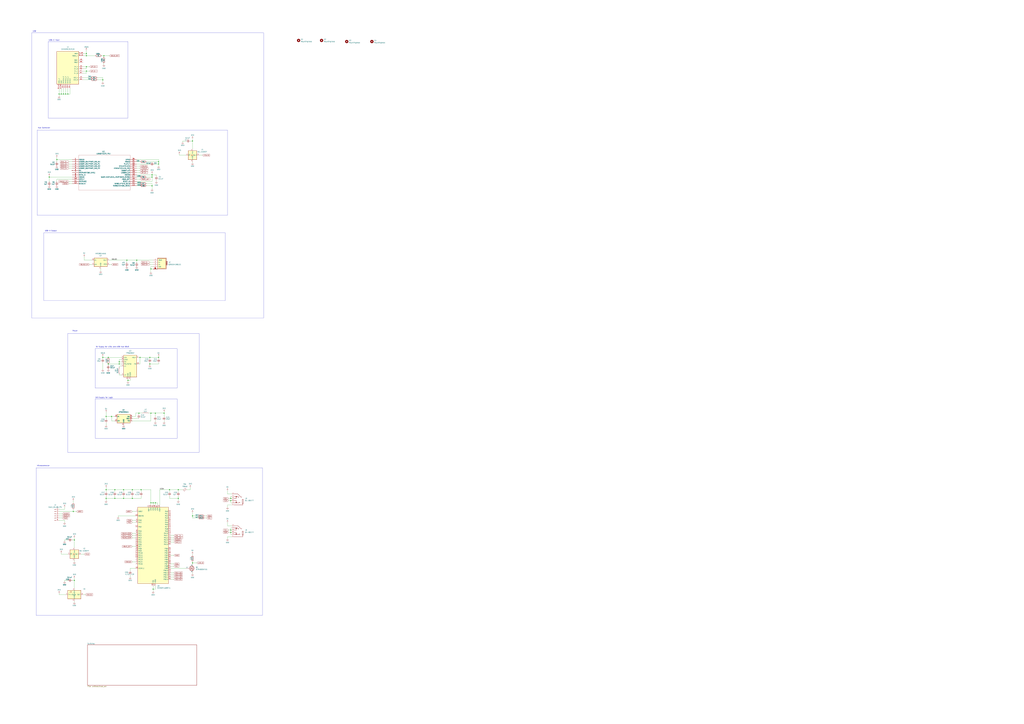
<source format=kicad_sch>
(kicad_sch (version 20250114) (generator "eeschema") (generator_version "9.0")
  (paper "A0")
  (rectangle (start 110.49 405.13) (end 205.74 450.85))
  (rectangle (start 55.88 48.26) (end 148.59 137.16))
  (rectangle (start 110.49 463.55) (end 205.74 509.27))
  (rectangle (start 78.74 387.35) (end 231.14 525.78))
  (rectangle (start 36.83 38.1) (end 306.07 369.57))
  (rectangle (start 43.18 151.13) (end 264.16 250.19))
  (rectangle (start 50.8 270.51) (end 261.62 349.25))
  (rectangle (start 41.91 543.56) (end 304.8 715.01))
  (text "USB" (at 39.878 36.322 0) (effects (font (size 1.27 1.27))))
  (text "USB-A Output" (at 58.928 268.224 0) (effects (font (size 1.27 1.27))))
  (text "Microcontroller" (at 50.292 541.274 0) (effects (font (size 1.27 1.27))))
  (text "3V3 Supply for Logic" (at 120.904 462.026 0) (effects (font (size 1.27 1.27))))
  (text "Power" (at 87.122 384.556 0) (effects (font (size 1.27 1.27))))
  (text "5V Supply for LEDs and USB Hub VBUS" (at 130.556 403.098 0) (effects (font (size 1.27 1.27))))
  (text "USB-C Input" (at 62.738 46.736 0) (effects (font (size 1.27 1.27))))
  (text "Hub Controller" (at 51.054 148.59 0) (effects (font (size 1.27 1.27))))
  (junction (at 158.75 302.26))
  (junction (at 76.2 109.22))
  (junction (at 73.66 109.22))
  (junction (at 66.04 185.42))
  (junction (at 100.33 77.47))
  (junction (at 267.97 581.66))
  (junction (at 123.19 568.96))
  (junction (at 223.52 163.83))
  (junction (at 57.15 205.74))
  (junction (at 223.52 599.44))
  (junction (at 223.52 654.05))
  (junction (at 180.34 584.2))
  (junction (at 184.15 415.29))
  (junction (at 125.73 422.91))
  (junction (at 161.29 480.06))
  (junction (at 190.5 480.06))
  (junction (at 207.01 579.12))
  (junction (at 267.97 579.12))
  (junction (at 153.67 579.12))
  (junction (at 175.26 480.06))
  (junction (at 143.51 579.12))
  (junction (at 133.35 568.96))
  (junction (at 125.73 415.29))
  (junction (at 175.26 584.2))
  (junction (at 196.85 568.96))
  (junction (at 153.67 568.96))
  (junction (at 100.33 64.77))
  (junction (at 100.33 62.23))
  (junction (at 163.83 568.96))
  (junction (at 180.34 480.06))
  (junction (at 162.56 415.29))
  (junction (at 129.54 483.87))
  (junction (at 177.8 584.2))
  (junction (at 184.15 190.5))
  (junction (at 123.19 483.87))
  (junction (at 119.38 415.29))
  (junction (at 267.97 618.49))
  (junction (at 175.26 312.42))
  (junction (at 86.36 674.37))
  (junction (at 120.65 64.77))
  (junction (at 86.36 627.38))
  (junction (at 173.99 415.29))
  (junction (at 123.19 579.12))
  (junction (at 85.09 594.36))
  (junction (at 100.33 82.55))
  (junction (at 68.58 109.22))
  (junction (at 207.01 568.96))
  (junction (at 143.51 568.96))
  (junction (at 119.38 92.71))
  (junction (at 173.99 422.91))
  (junction (at 176.53 205.74))
  (junction (at 176.53 203.2))
  (junction (at 133.35 579.12))
  (junction (at 267.97 615.95))
  (junction (at 176.53 215.9))
  (junction (at 177.8 684.53))
  (junction (at 148.59 441.96))
  (junction (at 184.15 187.96))
  (junction (at 138.43 422.91))
  (junction (at 147.32 302.26))
  (junction (at 71.12 109.22))
  (junction (at 138.43 420.37))
  (junction (at 78.74 109.22))
  (wire (pts (xy 148.59 441.96) (xy 148.59 443.23)))
  (wire (pts (xy 119.38 92.71) (xy 113.03 92.71)))
  (wire (pts (xy 83.82 627.38) (xy 86.36 627.38)))
  (wire (pts (xy 215.9 660.4) (xy 198.12 660.4)))
  (wire (pts (xy 158.75 205.74) (xy 162.56 205.74)))
  (wire (pts (xy 153.67 594.36) (xy 157.48 594.36)))
  (wire (pts (xy 170.18 187.96) (xy 184.15 187.96)))
  (wire (pts (xy 179.07 190.5) (xy 184.15 190.5)))
  (wire (pts (xy 265.43 579.12) (xy 267.97 579.12)))
  (wire (pts (xy 66.04 210.82) (xy 66.04 208.28)))
  (wire (pts (xy 120.65 64.77) (xy 118.11 64.77)))
  (wire (pts (xy 153.67 579.12) (xy 163.83 579.12)))
  (wire (pts (xy 66.04 185.42) (xy 83.82 185.42)))
  (wire (pts (xy 80.01 187.96) (xy 83.82 187.96)))
  (wire (pts (xy 157.48 483.87) (xy 157.48 480.06)))
  (wire (pts (xy 162.56 198.12) (xy 158.75 198.12)))
  (wire (pts (xy 83.82 674.37) (xy 86.36 674.37)))
  (wire (pts (xy 177.8 584.2) (xy 180.34 584.2)))
  (wire (pts (xy 66.04 208.28) (xy 83.82 208.28)))
  (wire (pts (xy 158.75 302.26) (xy 177.8 302.26)))
  (wire (pts (xy 143.51 568.96) (xy 153.67 568.96)))
  (wire (pts (xy 162.56 193.04) (xy 158.75 193.04)))
  (wire (pts (xy 212.09 163.83) (xy 215.9 163.83)))
  (wire (pts (xy 120.65 74.93) (xy 120.65 73.66)))
  (wire (pts (xy 180.34 680.72) (xy 180.34 684.53)))
  (wire (pts (xy 100.33 64.77) (xy 110.49 64.77)))
  (wire (pts (xy 74.93 607.06) (xy 74.93 604.52)))
  (wire (pts (xy 123.19 566.42) (xy 123.19 568.96)))
  (wire (pts (xy 175.26 312.42) (xy 177.8 312.42)))
  (wire (pts (xy 96.52 82.55) (xy 100.33 82.55)))
  (wire (pts (xy 123.19 478.79) (xy 123.19 483.87)))
  (wire (pts (xy 123.19 576.58) (xy 123.19 579.12)))
  (wire (pts (xy 180.34 684.53) (xy 177.8 684.53)))
  (wire (pts (xy 180.34 584.2) (xy 182.88 584.2)))
  (wire (pts (xy 269.24 613.41) (xy 267.97 613.41)))
  (wire (pts (xy 153.67 622.3) (xy 157.48 622.3)))
  (wire (pts (xy 201.93 673.1) (xy 198.12 673.1)))
  (wire (pts (xy 184.15 415.29) (xy 173.99 415.29)))
  (wire (pts (xy 113.03 90.17) (xy 119.38 90.17)))
  (wire (pts (xy 175.26 309.88) (xy 177.8 309.88)))
  (wire (pts (xy 201.93 668.02) (xy 198.12 668.02)))
  (wire (pts (xy 170.18 205.74) (xy 176.53 205.74)))
  (wire (pts (xy 173.99 304.8) (xy 177.8 304.8)))
  (wire (pts (xy 161.29 480.06) (xy 165.1 480.06)))
  (wire (pts (xy 223.52 189.23) (xy 223.52 187.96)))
  (wire (pts (xy 138.43 426.72) (xy 138.43 425.45)))
  (wire (pts (xy 148.59 441.96) (xy 151.13 441.96)))
  (wire (pts (xy 72.39 596.9) (xy 68.58 596.9)))
  (wire (pts (xy 73.66 109.22) (xy 76.2 109.22)))
  (wire (pts (xy 176.53 203.2) (xy 176.53 205.74)))
  (wire (pts (xy 173.99 424.18) (xy 173.99 422.91)))
  (wire (pts (xy 269.24 610.87) (xy 264.16 610.87)))
  (wire (pts (xy 125.73 422.91) (xy 125.73 424.18)))
  (wire (pts (xy 81.28 102.87) (xy 81.28 109.22)))
  (wire (pts (xy 138.43 434.34) (xy 138.43 435.61)))
  (wire (pts (xy 269.24 576.58) (xy 267.97 576.58)))
  (wire (pts (xy 207.01 579.12) (xy 207.01 576.58)))
  (wire (pts (xy 86.36 699.77) (xy 86.36 698.5)))
  (wire (pts (xy 212.09 165.1) (xy 212.09 163.83)))
  (wire (pts (xy 267.97 618.49) (xy 269.24 618.49)))
  (wire (pts (xy 153.67 652.78) (xy 157.48 652.78)))
  (wire (pts (xy 267.97 584.2) (xy 267.97 581.66)))
  (wire (pts (xy 143.51 568.96) (xy 143.51 571.5)))
  (wire (pts (xy 234.95 180.34) (xy 231.14 180.34)))
  (wire (pts (xy 264.16 589.28) (xy 264.16 586.74)))
  (wire (pts (xy 223.52 652.78) (xy 223.52 654.05)))
  (wire (pts (xy 147.32 302.26) (xy 147.32 304.8)))
  (wire (pts (xy 71.12 643.89) (xy 71.12 642.62)))
  (wire (pts (xy 106.68 307.34) (xy 104.14 307.34)))
  (wire (pts (xy 153.67 576.58) (xy 153.67 579.12)))
  (wire (pts (xy 185.42 586.74) (xy 185.42 568.96)))
  (wire (pts (xy 184.15 185.42) (xy 184.15 187.96)))
  (wire (pts (xy 223.52 601.98) (xy 229.87 601.98)))
  (wire (pts (xy 123.19 568.96) (xy 133.35 568.96)))
  (wire (pts (xy 140.97 422.91) (xy 138.43 422.91)))
  (wire (pts (xy 86.36 624.84) (xy 86.36 627.38)))
  (wire (pts (xy 120.65 66.04) (xy 120.65 64.77)))
  (wire (pts (xy 116.84 314.96) (xy 116.84 312.42)))
  (wire (pts (xy 86.36 627.38) (xy 86.36 636.27)))
  (wire (pts (xy 269.24 584.2) (xy 267.97 584.2)))
  (wire (pts (xy 201.93 629.92) (xy 198.12 629.92)))
  (wire (pts (xy 220.98 566.42) (xy 220.98 568.96)))
  (wire (pts (xy 265.43 615.95) (xy 267.97 615.95)))
  (wire (pts (xy 74.93 674.37) (xy 78.74 674.37)))
  (wire (pts (xy 264.16 610.87) (xy 264.16 607.06)))
  (wire (pts (xy 229.87 599.44) (xy 223.52 599.44)))
  (wire (pts (xy 162.56 415.29) (xy 161.29 415.29)))
  (wire (pts (xy 86.36 674.37) (xy 86.36 683.26)))
  (wire (pts (xy 72.39 599.44) (xy 68.58 599.44)))
  (wire (pts (xy 170.18 213.36) (xy 176.53 213.36)))
  (wire (pts (xy 176.53 215.9) (xy 176.53 219.71)))
  (wire (pts (xy 158.75 304.8) (xy 158.75 302.26)))
  (wire (pts (xy 177.8 584.2) (xy 177.8 586.74)))
  (wire (pts (xy 207.01 568.96) (xy 207.01 571.5)))
  (wire (pts (xy 158.75 210.82) (xy 176.53 210.82)))
  (wire (pts (xy 138.43 422.91) (xy 138.43 420.37)))
  (wire (pts (xy 220.98 163.83) (xy 223.52 163.83)))
  (wire (pts (xy 119.38 90.17) (xy 119.38 92.71)))
  (wire (pts (xy 161.29 480.06) (xy 161.29 481.33)))
  (wire (pts (xy 143.51 579.12) (xy 153.67 579.12)))
  (wire (pts (xy 80.01 190.5) (xy 83.82 190.5)))
  (wire (pts (xy 151.13 670.56) (xy 151.13 668.02)))
  (wire (pts (xy 119.38 95.25) (xy 119.38 92.71)))
  (wire (pts (xy 133.35 579.12) (xy 143.51 579.12)))
  (wire (pts (xy 264.16 623.57) (xy 269.24 623.57)))
  (wire (pts (xy 96.52 77.47) (xy 100.33 77.47)))
  (wire (pts (xy 190.5 478.79) (xy 190.5 480.06)))
  (wire (pts (xy 123.19 494.03) (xy 123.19 491.49)))
  (wire (pts (xy 184.15 190.5) (xy 184.15 193.04)))
  (wire (pts (xy 184.15 414.02) (xy 184.15 415.29)))
  (wire (pts (xy 153.67 488.95) (xy 175.26 488.95)))
  (wire (pts (xy 201.93 645.16) (xy 198.12 645.16)))
  (wire (pts (xy 201.93 622.3) (xy 198.12 622.3)))
  (wire (pts (xy 190.5 488.95) (xy 190.5 490.22)))
  (wire (pts (xy 68.58 594.36) (xy 85.09 594.36)))
  (wire (pts (xy 176.53 205.74) (xy 176.53 210.82)))
  (wire (pts (xy 151.13 660.4) (xy 151.13 662.94)))
  (wire (pts (xy 180.34 480.06) (xy 180.34 483.87)))
  (wire (pts (xy 264.16 626.11) (xy 264.16 623.57)))
  (wire (pts (xy 162.56 187.96) (xy 158.75 187.96)))
  (wire (pts (xy 158.75 203.2) (xy 176.53 203.2)))
  (wire (pts (xy 80.01 210.82) (xy 83.82 210.82)))
  (wire (pts (xy 119.38 414.02) (xy 119.38 415.29)))
  (wire (pts (xy 175.26 586.74) (xy 175.26 584.2)))
  (wire (pts (xy 177.8 687.07) (xy 177.8 684.53)))
  (wire (pts (xy 223.52 599.44) (xy 223.52 601.98)))
  (wire (pts (xy 119.38 415.29) (xy 125.73 415.29)))
  (wire (pts (xy 201.93 627.38) (xy 198.12 627.38)))
  (wire (pts (xy 68.58 109.22) (xy 68.58 111.76)))
  (wire (pts (xy 220.98 568.96) (xy 217.17 568.96)))
  (wire (pts (xy 175.26 480.06) (xy 180.34 480.06)))
  (wire (pts (xy 137.16 599.44) (xy 137.16 600.71)))
  (wire (pts (xy 78.74 109.22) (xy 81.28 109.22)))
  (wire (pts (xy 153.67 483.87) (xy 157.48 483.87)))
  (wire (pts (xy 80.01 195.58) (xy 83.82 195.58)))
  (wire (pts (xy 73.66 102.87) (xy 73.66 109.22)))
  (wire (pts (xy 99.06 690.88) (xy 96.52 690.88)))
  (wire (pts (xy 153.67 604.52) (xy 157.48 604.52)))
  (wire (pts (xy 223.52 643.89) (xy 223.52 645.16)))
  (wire (pts (xy 267.97 581.66) (xy 269.24 581.66)))
  (wire (pts (xy 269.24 621.03) (xy 267.97 621.03)))
  (wire (pts (xy 223.52 163.83) (xy 223.52 172.72)))
  (wire (pts (xy 223.52 161.29) (xy 223.52 163.83)))
  (wire (pts (xy 125.73 422.91) (xy 138.43 422.91)))
  (wire (pts (xy 72.39 601.98) (xy 68.58 601.98)))
  (wire (pts (xy 153.67 486.41) (xy 161.29 486.41)))
  (wire (pts (xy 240.03 599.44) (xy 237.49 599.44)))
  (wire (pts (xy 208.28 180.34) (xy 215.9 180.34)))
  (wire (pts (xy 177.8 684.53) (xy 177.8 680.72)))
  (wire (pts (xy 104.14 82.55) (xy 100.33 82.55)))
  (wire (pts (xy 201.93 657.86) (xy 198.12 657.86)))
  (wire (pts (xy 123.19 581.66) (xy 123.19 579.12)))
  (wire (pts (xy 76.2 102.87) (xy 76.2 109.22)))
  (wire (pts (xy 196.85 568.96) (xy 207.01 568.96)))
  (wire (pts (xy 173.99 307.34) (xy 177.8 307.34)))
  (wire (pts (xy 127 302.26) (xy 147.32 302.26)))
  (wire (pts (xy 162.56 195.58) (xy 158.75 195.58)))
  (wire (pts (xy 74.93 628.65) (xy 74.93 627.38)))
  (wire (pts (xy 173.99 415.29) (xy 162.56 415.29)))
  (wire (pts (xy 201.93 655.32) (xy 198.12 655.32)))
  (wire (pts (xy 123.19 579.12) (xy 133.35 579.12)))
  (wire (pts (xy 100.33 62.23) (xy 96.52 62.23)))
  (wire (pts (xy 208.28 180.34) (xy 208.28 179.07)))
  (wire (pts (xy 175.26 584.2) (xy 177.8 584.2)))
  (wire (pts (xy 223.52 595.63) (xy 223.52 599.44)))
  (wire (pts (xy 201.93 624.84) (xy 198.12 624.84)))
  (wire (pts (xy 163.83 579.12) (xy 163.83 576.58)))
  (wire (pts (xy 267.97 621.03) (xy 267.97 618.49)))
  (wire (pts (xy 158.75 190.5) (xy 173.99 190.5)))
  (wire (pts (xy 175.26 568.96) (xy 163.83 568.96)))
  (wire (pts (xy 85.09 591.82) (xy 85.09 594.36)))
  (wire (pts (xy 267.97 615.95) (xy 269.24 615.95)))
  (wire (pts (xy 184.15 416.56) (xy 184.15 415.29)))
  (wire (pts (xy 80.01 213.36) (xy 83.82 213.36)))
  (wire (pts (xy 181.61 204.47) (xy 181.61 203.2)))
  (wire (pts (xy 105.41 90.17) (xy 96.52 90.17)))
  (wire (pts (xy 76.2 109.22) (xy 78.74 109.22)))
  (wire (pts (xy 100.33 62.23) (xy 100.33 58.42)))
  (wire (pts (xy 264.16 586.74) (xy 269.24 586.74)))
  (wire (pts (xy 123.19 483.87) (xy 123.19 486.41)))
  (wire (pts (xy 173.99 422.91) (xy 173.99 421.64)))
  (wire (pts (xy 68.58 690.88) (xy 68.58 689.61)))
  (wire (pts (xy 196.85 579.12) (xy 207.01 579.12)))
  (wire (pts (xy 86.36 671.83) (xy 86.36 674.37)))
  (wire (pts (xy 170.18 215.9) (xy 176.53 215.9)))
  (wire (pts (xy 100.33 82.55) (xy 100.33 85.09)))
  (wire (pts (xy 80.01 193.04) (xy 83.82 193.04)))
  (wire (pts (xy 212.09 568.96) (xy 207.01 568.96)))
  (wire (pts (xy 74.93 627.38) (xy 78.74 627.38)))
  (wire (pts (xy 100.33 85.09) (xy 96.52 85.09)))
  (wire (pts (xy 265.43 581.66) (xy 267.97 581.66)))
  (wire (pts (xy 133.35 483.87) (xy 129.54 483.87)))
  (wire (pts (xy 66.04 187.96) (xy 66.04 185.42)))
  (wire (pts (xy 71.12 109.22) (xy 73.66 109.22)))
  (wire (pts (xy 269.24 574.04) (xy 264.16 574.04)))
  (wire (pts (xy 66.04 185.42) (xy 66.04 182.88)))
  (wire (pts (xy 86.36 652.78) (xy 86.36 651.51)))
  (wire (pts (xy 151.13 440.69) (xy 151.13 441.96)))
  (wire (pts (xy 162.56 215.9) (xy 158.75 215.9)))
  (wire (pts (xy 161.29 422.91) (xy 162.56 422.91)))
  (wire (pts (xy 125.73 415.29) (xy 140.97 415.29)))
  (wire (pts (xy 223.52 654.05) (xy 223.52 655.32)))
  (wire (pts (xy 182.88 584.2) (xy 182.88 586.74)))
  (wire (pts (xy 68.58 102.87) (xy 68.58 109.22)))
  (wire (pts (xy 153.67 568.96) (xy 163.83 568.96)))
  (wire (pts (xy 68.58 109.22) (xy 71.12 109.22)))
  (wire (pts (xy 100.33 77.47) (xy 100.33 80.01)))
  (wire (pts (xy 184.15 421.64) (xy 184.15 422.91)))
  (wire (pts (xy 119.38 416.56) (xy 119.38 415.29)))
  (wire (pts (xy 97.79 643.89) (xy 93.98 643.89)))
  (wire (pts (xy 85.09 594.36) (xy 88.9 594.36)))
  (wire (pts (xy 162.56 422.91) (xy 162.56 415.29)))
  (wire (pts (xy 180.34 480.06) (xy 190.5 480.06)))
  (wire (pts (xy 267.97 613.41) (xy 267.97 615.95)))
  (wire (pts (xy 264.16 574.04) (xy 264.16 570.23)))
  (wire (pts (xy 240.03 601.98) (xy 237.49 601.98)))
  (wire (pts (xy 153.67 568.96) (xy 153.67 571.5)))
  (wire (pts (xy 97.79 298.45) (xy 97.79 302.26)))
  (wire (pts (xy 181.61 209.55) (xy 181.61 210.82)))
  (wire (pts (xy 68.58 690.88) (xy 76.2 690.88)))
  (wire (pts (xy 201.93 665.48) (xy 198.12 665.48)))
  (wire (pts (xy 196.85 571.5) (xy 196.85 568.96)))
  (wire (pts (xy 153.67 619.76) (xy 157.48 619.76)))
  (wire (pts (xy 129.54 483.87) (xy 123.19 483.87)))
  (wire (pts (xy 163.83 568.96) (xy 163.83 571.5)))
  (wire (pts (xy 162.56 208.28) (xy 158.75 208.28)))
  (wire (pts (xy 175.26 309.88) (xy 175.26 312.42)))
  (wire (pts (xy 133.35 568.96) (xy 133.35 571.5)))
  (wire (pts (xy 153.67 624.84) (xy 157.48 624.84)))
  (wire (pts (xy 96.52 64.77) (xy 100.33 64.77)))
  (wire (pts (xy 190.5 480.06) (xy 190.5 483.87)))
  (wire (pts (xy 120.65 64.77) (xy 127 64.77)))
  (wire (pts (xy 133.35 576.58) (xy 133.35 579.12)))
  (wire (pts (xy 57.15 205.74) (xy 83.82 205.74)))
  (wire (pts (xy 223.52 666.75) (xy 223.52 665.48)))
  (wire (pts (xy 181.61 203.2) (xy 176.53 203.2)))
  (wire (pts (xy 100.33 64.77) (xy 100.33 62.23)))
  (wire (pts (xy 147.32 302.26) (xy 158.75 302.26)))
  (wire (pts (xy 78.74 102.87) (xy 78.74 109.22)))
  (wire (pts (xy 74.93 589.28) (xy 74.93 591.82)))
  (wire (pts (xy 157.48 660.4) (xy 151.13 660.4)))
  (wire (pts (xy 267.97 579.12) (xy 269.24 579.12)))
  (wire (pts (xy 175.26 312.42) (xy 175.26 316.23)))
  (wire (pts (xy 71.12 102.87) (xy 71.12 109.22)))
  (wire (pts (xy 184.15 422.91) (xy 173.99 422.91)))
  (wire (pts (xy 143.51 576.58) (xy 143.51 579.12)))
  (wire (pts (xy 158.75 213.36) (xy 162.56 213.36)))
  (wire (pts (xy 176.53 201.93) (xy 176.53 203.2)))
  (wire (pts (xy 133.35 488.95) (xy 129.54 488.95)))
  (wire (pts (xy 74.93 675.64) (xy 74.93 674.37)))
  (wire (pts (xy 100.33 80.01) (xy 96.52 80.01)))
  (wire (pts (xy 74.93 591.82) (xy 68.58 591.82)))
  (wire (pts (xy 185.42 568.96) (xy 196.85 568.96)))
  (wire (pts (xy 157.48 599.44) (xy 137.16 599.44)))
  (wire (pts (xy 267.97 576.58) (xy 267.97 579.12)))
  (wire (pts (xy 265.43 618.49) (xy 267.97 618.49)))
  (wire (pts (xy 119.38 429.26) (xy 119.38 421.64)))
  (wire (pts (xy 175.26 488.95) (xy 175.26 480.06)))
  (wire (pts (xy 138.43 420.37) (xy 138.43 417.83)))
  (wire (pts (xy 129.54 488.95) (xy 129.54 483.87)))
  (wire (pts (xy 153.67 607.06) (xy 157.48 607.06)))
  (wire (pts (xy 105.41 92.71) (xy 96.52 92.71)))
  (wire (pts (xy 207.01 581.66) (xy 207.01 579.12)))
  (wire (pts (xy 123.19 571.5) (xy 123.19 568.96)))
  (wire (pts (xy 104.14 77.47) (xy 100.33 77.47)))
  (wire (pts (xy 133.35 568.96) (xy 143.51 568.96)))
  (wire (pts (xy 175.26 568.96) (xy 175.26 584.2)))
  (wire (pts (xy 138.43 435.61) (xy 140.97 435.61)))
  (wire (pts (xy 172.72 480.06) (xy 175.26 480.06)))
  (wire (pts (xy 138.43 425.45) (xy 140.97 425.45)))
  (wire (pts (xy 157.48 480.06) (xy 161.29 480.06)))
  (wire (pts (xy 153.67 635) (xy 157.48 635)))
  (wire (pts (xy 162.56 200.66) (xy 158.75 200.66)))
  (wire (pts (xy 176.53 213.36) (xy 176.53 215.9)))
  (wire (pts (xy 85.09 581.66) (xy 85.09 584.2)))
  (wire (pts (xy 129.54 307.34) (xy 127 307.34)))
  (wire (pts (xy 158.75 185.42) (xy 184.15 185.42)))
  (wire (pts (xy 180.34 488.95) (xy 180.34 490.22)))
  (wire (pts (xy 71.12 643.89) (xy 78.74 643.89)))
  (wire (pts (xy 184.15 187.96) (xy 184.15 190.5)))
  (wire (pts (xy 228.6 654.05) (xy 223.52 654.05)))
  (wire (pts (xy 196.85 576.58) (xy 196.85 579.12)))
  (wire (pts (xy 57.15 204.47) (xy 57.15 205.74)))
  (wire (pts (xy 97.79 302.26) (xy 106.68 302.26)))
  (wire (pts (xy 201.93 670.56) (xy 198.12 670.56)))
  (wire (pts (xy 138.43 417.83) (xy 140.97 417.83)))
  (wire (pts (xy 57.15 210.82) (xy 57.15 205.74)))
  (wire (pts (xy 74.93 604.52) (xy 68.58 604.52)))
  (wire (pts (xy 180.34 584.2) (xy 180.34 586.74)))
  (wire (pts (xy 148.59 440.69) (xy 148.59 441.96)))
  (wire (pts (xy 138.43 420.37) (xy 140.97 420.37)))
  (wire (pts (xy 173.99 415.29) (xy 173.99 416.56)))
  (label "VBUS2" (at 129.54 302.26 0))
  (label "VDDA" (at 185.42 568.96 0))
  (global_label "OSC32" (shape input) (at 99.06 690.88 0) (property "Intersheetrefs" "${INTERSHEET_REFS}" (effects (hide yes))))
  (global_label "UP_D+" (shape input) (at 162.56 198.12 0) (property "Intersheetrefs" "${INTERSHEET_REFS}" (effects (hide yes))))
  (global_label "VBUS_DET" (shape input) (at 162.56 208.28 0) (property "Intersheetrefs" "${INTERSHEET_REFS}" (effects (hide yes))))
  (global_label "DN2_D-" (shape input) (at 80.01 193.04 180) (property "Intersheetrefs" "${INTERSHEET_REFS}" (effects (hide yes))))
  (global_label "MUX1_COM" (shape input) (at 153.67 622.3 180) (property "Intersheetrefs" "${INTERSHEET_REFS}" (effects (hide yes))))
  (global_label "MUX_S3" (shape input) (at 201.93 668.02 0) (property "Intersheetrefs" "${INTERSHEET_REFS}" (effects (hide yes))))
  (global_label "SCL" (shape input) (at 265.43 615.95 180) (property "Intersheetrefs" "${INTERSHEET_REFS}" (effects (hide yes))))
  (global_label "LED_D" (shape input) (at 228.6 654.05 0) (property "Intersheetrefs" "${INTERSHEET_REFS}" (effects (hide yes))))
  (global_label "DN2_D+" (shape input) (at 80.01 195.58 180) (property "Intersheetrefs" "${INTERSHEET_REFS}" (effects (hide yes))))
  (global_label "DN1_D+" (shape input) (at 201.93 624.84 0) (property "Intersheetrefs" "${INTERSHEET_REFS}" (effects (hide yes))))
  (global_label "XTALIN" (shape input) (at 162.56 193.04 0) (property "Intersheetrefs" "${INTERSHEET_REFS}" (effects (hide yes))))
  (global_label "DN1_D+" (shape input) (at 80.01 190.5 180) (property "Intersheetrefs" "${INTERSHEET_REFS}" (effects (hide yes))))
  (global_label "SCL" (shape input) (at 240.03 601.98 0) (property "Intersheetrefs" "${INTERSHEET_REFS}" (effects (hide yes))))
  (global_label "PH0" (shape input) (at 153.67 604.52 180) (property "Intersheetrefs" "${INTERSHEET_REFS}" (effects (hide yes))))
  (global_label "DN1_D-" (shape input) (at 80.01 187.96 180) (property "Intersheetrefs" "${INTERSHEET_REFS}" (effects (hide yes))))
  (global_label "SDA" (shape input) (at 201.93 655.32 0) (property "Intersheetrefs" "${INTERSHEET_REFS}" (effects (hide yes))))
  (global_label "MUX_S2" (shape input) (at 201.93 665.48 0) (property "Intersheetrefs" "${INTERSHEET_REFS}" (effects (hide yes))))
  (global_label "PH1" (shape input) (at 153.67 607.06 180) (property "Intersheetrefs" "${INTERSHEET_REFS}" (effects (hide yes))))
  (global_label "SCL" (shape input) (at 265.43 579.12 180) (property "Intersheetrefs" "${INTERSHEET_REFS}" (effects (hide yes))))
  (global_label "NRST" (shape input) (at 153.67 594.36 180) (property "Intersheetrefs" "${INTERSHEET_REFS}" (effects (hide yes))))
  (global_label "SWDIO" (shape input) (at 201.93 627.38 0) (property "Intersheetrefs" "${INTERSHEET_REFS}" (effects (hide yes))))
  (global_label "OSC32" (shape input) (at 153.67 652.78 180) (property "Intersheetrefs" "${INTERSHEET_REFS}" (effects (hide yes))))
  (global_label "VBUS2_EN" (shape input) (at 104.14 307.34 180) (property "Intersheetrefs" "${INTERSHEET_REFS}" (effects (hide yes))))
  (global_label "SWCLK" (shape input) (at 72.39 599.44 0) (property "Intersheetrefs" "${INTERSHEET_REFS}" (effects (hide yes))))
  (global_label "SWCLK" (shape input) (at 201.93 629.92 0) (property "Intersheetrefs" "${INTERSHEET_REFS}" (effects (hide yes))))
  (global_label "SDA" (shape input) (at 265.43 581.66 180) (property "Intersheetrefs" "${INTERSHEET_REFS}" (effects (hide yes))))
  (global_label "VBUS_DET" (shape input) (at 127 64.77 0) (property "Intersheetrefs" "${INTERSHEET_REFS}" (effects (hide yes))))
  (global_label "OCS2" (shape input) (at 129.54 307.34 0) (property "Intersheetrefs" "${INTERSHEET_REFS}" (effects (hide yes))))
  (global_label "XTALIN" (shape input) (at 234.95 180.34 0) (property "Intersheetrefs" "${INTERSHEET_REFS}" (effects (hide yes))))
  (global_label "SWDIO" (shape input) (at 72.39 596.9 0) (property "Intersheetrefs" "${INTERSHEET_REFS}" (effects (hide yes))))
  (global_label "DN1_D-" (shape input) (at 201.93 622.3 0) (property "Intersheetrefs" "${INTERSHEET_REFS}" (effects (hide yes))))
  (global_label "DN2_D+" (shape input) (at 173.99 307.34 180) (property "Intersheetrefs" "${INTERSHEET_REFS}" (effects (hide yes))))
  (global_label "UP_D+" (shape input) (at 104.14 77.47 0) (property "Intersheetrefs" "${INTERSHEET_REFS}" (effects (hide yes))))
  (global_label "SWO" (shape input) (at 72.39 601.98 0) (property "Intersheetrefs" "${INTERSHEET_REFS}" (effects (hide yes))))
  (global_label "MUX0_COM" (shape input) (at 153.67 624.84 180) (property "Intersheetrefs" "${INTERSHEET_REFS}" (effects (hide yes))))
  (global_label "UP_D-" (shape input) (at 104.14 82.55 0) (property "Intersheetrefs" "${INTERSHEET_REFS}" (effects (hide yes))))
  (global_label "SCL" (shape input) (at 201.93 657.86 0) (property "Intersheetrefs" "${INTERSHEET_REFS}" (effects (hide yes))))
  (global_label "PH0" (shape input) (at 97.79 643.89 0) (property "Intersheetrefs" "${INTERSHEET_REFS}" (effects (hide yes))))
  (global_label "MUX_S0" (shape input) (at 201.93 670.56 0) (property "Intersheetrefs" "${INTERSHEET_REFS}" (effects (hide yes))))
  (global_label "VBUS2_EN" (shape input) (at 80.01 210.82 180) (property "Intersheetrefs" "${INTERSHEET_REFS}" (effects (hide yes))))
  (global_label "DN2_D-" (shape input) (at 173.99 304.8 180) (property "Intersheetrefs" "${INTERSHEET_REFS}" (effects (hide yes))))
  (global_label "XTAOUT" (shape input) (at 162.56 195.58 0) (property "Intersheetrefs" "${INTERSHEET_REFS}" (effects (hide yes))))
  (global_label "OCS2" (shape input) (at 80.01 213.36 180) (property "Intersheetrefs" "${INTERSHEET_REFS}" (effects (hide yes))))
  (global_label "NRST" (shape input) (at 88.9 594.36 0) (property "Intersheetrefs" "${INTERSHEET_REFS}" (effects (hide yes))))
  (global_label "UP_D-" (shape input) (at 162.56 200.66 0) (property "Intersheetrefs" "${INTERSHEET_REFS}" (effects (hide yes))))
  (global_label "SDA" (shape input) (at 265.43 618.49 180) (property "Intersheetrefs" "${INTERSHEET_REFS}" (effects (hide yes))))
  (global_label "SWO" (shape input) (at 201.93 645.16 0) (property "Intersheetrefs" "${INTERSHEET_REFS}" (effects (hide yes))))
  (global_label "MUX_S1" (shape input) (at 201.93 673.1 0) (property "Intersheetrefs" "${INTERSHEET_REFS}" (effects (hide yes))))
  (global_label "MUX2_COM" (shape input) (at 153.67 619.76 180) (property "Intersheetrefs" "${INTERSHEET_REFS}" (effects (hide yes))))
  (global_label "SDA" (shape input) (at 240.03 599.44 0) (property "Intersheetrefs" "${INTERSHEET_REFS}" (effects (hide yes))))
  (global_label "VBUS_DET" (shape input) (at 153.67 635 180) (property "Intersheetrefs" "${INTERSHEET_REFS}" (effects (hide yes))))
  (symbol (lib_id "power:+3V3") (at 85.09 581.66 0) (unit 1)
    (property "Reference" "#PWR038" (effects (hide yes)))
    (property "Value" "3V3" (at 85.09 577.342 0))
    (property "Description" "Power symbol creates a global label with name \"+3V3\"" (effects (hide yes)))
  )
  (symbol (lib_id "Device:R") (at 166.37 215.9 90) (unit 1)
    (property "Reference" "R8" (at 166.37 215.9 90))
    (property "Value" "100k" (at 161.544 214.884 90))
    (property "Footprint" "Resistor_SMD:R_0603_1608Metric" (effects (hide yes)))
    (property "Description" "Resistor" (effects (hide yes)))
    (property "Digikey" "RG16P100KBCT-ND" (effects (hide yes)))
  )
  (symbol (lib_id "power:GND") (at 119.38 429.26 0) (unit 1)
    (property "Reference" "#PWR026" (effects (hide yes)))
    (property "Value" "GND" (at 119.38 433.324 0))
    (property "Description" "Power symbol creates a global label with name \"GND\" , ground" (effects (hide yes)))
  )
  (symbol (lib_id "power:GND") (at 74.93 675.64 0) (unit 1)
    (property "Reference" "#PWR056" (effects (hide yes)))
    (property "Value" "GND" (at 74.93 679.45 0))
    (property "Description" "Power symbol creates a global label with name \"GND\" , ground" (effects (hide yes)))
  )
  (symbol (lib_id "54-00177:54-00177") (at 276.86 618.49 180) (unit 1)
    (property "Reference" "J5" (at 284.48 615.9499 0) (effects (justify right)))
    (property "Value" "54-00177" (at 284.48 618.4899 0) (effects (justify right)))
    (property "Footprint" "54_00177:TENSILITY_54-00177" (effects (hide yes)))
    (property "PARTREV" "A" (effects (hide yes)))
    (property "STANDARD" "Manufacturer Recommendations" (effects (hide yes)))
    (property "SNAPEDA_PN" "54-00177" (effects (hide yes)))
    (property "MAXIMUM_PACKAGE_HEIGHT" "4.5mm" (effects (hide yes)))
    (property "MANUFACTURER" "TENSILITY" (effects (hide yes)))
    (property "Digikey" "839-54-00177CT-ND" (effects (hide yes)))
  )
  (symbol (lib_id "power:GND") (at 66.04 193.04 0) (unit 1)
    (property "Reference" "#PWR010" (effects (hide yes)))
    (property "Value" "GND" (at 66.04 196.85 0))
    (property "Description" "Power symbol creates a global label with name \"GND\" , ground" (effects (hide yes)))
  )
  (symbol (lib_id "Device:R") (at 114.3 64.77 90) (unit 1)
    (property "Reference" "R1" (at 114.3 64.77 90))
    (property "Value" "100k" (at 113.792 62.484 90))
    (property "Footprint" "Resistor_SMD:R_0603_1608Metric" (effects (hide yes)))
    (property "Description" "Resistor" (effects (hide yes)))
    (property "Digikey" "RG16P100KBCT-ND" (effects (hide yes)))
  )
  (symbol (lib_id "power:+3V3") (at 223.52 643.89 0) (unit 1)
    (property "Reference" "#PWR051" (effects (hide yes)))
    (property "Value" "5V" (at 223.52 639.572 0))
    (property "Description" "Power symbol creates a global label with name \"+3V3\"" (effects (hide yes)))
  )
  (symbol (lib_id "Device:R") (at 166.37 213.36 90) (unit 1)
    (property "Reference" "R7" (at 166.37 213.36 90))
    (property "Value" "100k" (at 161.544 212.09 90))
    (property "Footprint" "Resistor_SMD:R_0603_1608Metric" (effects (hide yes)))
    (property "Description" "Resistor" (effects (hide yes)))
    (property "Digikey" "RG16P100KBCT-ND" (effects (hide yes)))
  )
  (symbol (lib_id "power:GND") (at 181.61 210.82 0) (unit 1)
    (property "Reference" "#PWR014" (effects (hide yes)))
    (property "Value" "GND" (at 181.61 215.138 0))
    (property "Description" "Power symbol creates a global label with name \"GND\" , ground" (effects (hide yes)))
  )
  (symbol (lib_id "power:+3V3") (at 86.36 624.84 0) (unit 1)
    (property "Reference" "#PWR047" (effects (hide yes)))
    (property "Value" "3V3" (at 86.36 620.522 0))
    (property "Description" "Power symbol creates a global label with name \"+3V3\"" (effects (hide yes)))
  )
  (symbol (lib_id "power:GND") (at 74.93 607.06 0) (unit 1)
    (property "Reference" "#PWR045" (effects (hide yes)))
    (property "Value" "GND" (at 74.93 611.378 0))
    (property "Description" "Power symbol creates a global label with name \"GND\" , ground" (effects (hide yes)))
  )
  (symbol (lib_id "power:GND") (at 264.16 626.11 0) (unit 1)
    (property "Reference" "#PWR048" (effects (hide yes)))
    (property "Value" "GND" (at 264.16 630.428 0))
    (property "Description" "Power symbol creates a global label with name \"GND\" , ground" (effects (hide yes)))
  )
  (symbol (lib_id "Connector:Conn_01x06_Pin") (at 63.5 596.9 0) (unit 1)
    (property "Reference" "J4" (at 64.135 586.74 0))
    (property "Value" "Conn_01x06_Pin" (at 64.135 589.28 0))
    (property "Footprint" "Connector_PinHeader_2.00mm:PinHeader_1x06_P2.00mm_Horizontal" (effects (hide yes)))
    (property "Description" "Generic connector, single row, 01x06, script generated" (effects (hide yes)))
  )
  (symbol (lib_id "power:GND") (at 66.04 215.9 0) (unit 1)
    (property "Reference" "#PWR016" (effects (hide yes)))
    (property "Value" "GND" (at 66.04 219.71 0))
    (property "Description" "Power symbol creates a global label with name \"GND\" , ground" (effects (hide yes)))
  )
  (symbol (lib_id "power:GND") (at 207.01 581.66 0) (unit 1)
    (property "Reference" "#PWR040" (effects (hide yes)))
    (property "Value" "GND" (at 207.01 585.978 0))
    (property "Description" "Power symbol creates a global label with name \"GND\" , ground" (effects (hide yes)))
  )
  (symbol (lib_id "power:GND") (at 123.19 494.03 0) (unit 1)
    (property "Reference" "#PWR033" (effects (hide yes)))
    (property "Value" "GND" (at 123.19 498.094 0))
    (property "Description" "Power symbol creates a global label with name \"GND\" , ground" (effects (hide yes)))
  )
  (symbol (lib_id "Device:C_Small") (at 66.04 190.5 0) (unit 1)
    (property "Reference" "C2" (at 60.706 188.722 0) (effects (justify left)))
    (property "Value" "0.1uF" (at 58.42 191.008 0) (effects (justify left)))
    (property "Footprint" "Capacitor_SMD:C_0603_1608Metric" (effects (hide yes)))
    (property "Description" "Unpolarized capacitor, small symbol" (effects (hide yes)))
    (property "Digikey" "311-1088-1-ND" (effects (hide yes)))
  )
  (symbol (lib_id "Device:C_Small") (at 181.61 207.01 0) (unit 1)
    (property "Reference" "C4" (at 184.404 205.486 0) (effects (justify left)))
    (property "Value" "0.1uF" (at 184.15 207.772 0) (effects (justify left)))
    (property "Footprint" "Capacitor_SMD:C_0603_1608Metric" (effects (hide yes)))
    (property "Description" "Unpolarized capacitor, small symbol" (effects (hide yes)))
    (property "Digikey" "311-1088-1-ND" (effects (hide yes)))
  )
  (symbol (lib_id "power:GND") (at 116.84 314.96 0) (unit 1)
    (property "Reference" "#PWR021" (effects (hide yes)))
    (property "Value" "GND" (at 116.84 318.77 0))
    (property "Description" "Power symbol creates a global label with name \"GND\" , ground" (effects (hide yes)))
  )
  (symbol (lib_id "Mechanical:MountingHole") (at 346.71 46.99 0) (unit 1) (in_bom no)
    (property "Reference" "H1" (at 349.25 45.7199 0) (effects (justify left)))
    (property "Value" "MountingHole" (at 349.25 48.2599 0) (effects (justify left)))
    (property "Footprint" "MountingHole:MountingHole_3.2mm_M3" (effects (hide yes)))
    (property "Description" "Mounting Hole without connection" (effects (hide yes)))
  )
  (symbol (lib_id "power:+3V3") (at 176.53 201.93 0) (unit 1)
    (property "Reference" "#PWR012" (effects (hide yes)))
    (property "Value" "3V3" (at 176.53 197.612 0))
    (property "Description" "Power symbol creates a global label with name \"+3V3\"" (effects (hide yes)))
  )
  (symbol (lib_id "Device:C_Small") (at 125.73 426.72 0) (unit 1)
    (property "Reference" "C12" (at 128.016 425.196 0) (effects (justify left)))
    (property "Value" "0.1uF" (at 128.016 427.228 0) (effects (justify left)))
    (property "Footprint" "Capacitor_SMD:C_0603_1608Metric" (effects (hide yes)))
    (property "Description" "Unpolarized capacitor, small symbol" (effects (hide yes)))
    (property "Digikey" "311-1088-1-ND" (effects (hide yes)))
  )
  (symbol (lib_id "Device:R") (at 223.52 648.97 180) (unit 1)
    (property "Reference" "R13" (at 223.52 648.97 90))
    (property "Value" "12k" (at 221.488 648.716 90))
    (property "Footprint" "Resistor_SMD:R_0603_1608Metric" (effects (hide yes)))
    (property "Description" "Resistor" (effects (hide yes)))
    (property "Digikey" "RG16P12.0KBCT-ND" (effects (hide yes)))
  )
  (symbol (lib_id "power:+3V3") (at 223.52 161.29 0) (unit 1)
    (property "Reference" "#PWR05" (effects (hide yes)))
    (property "Value" "3V3" (at 223.52 156.972 0))
    (property "Description" "Power symbol creates a global label with name \"+3V3\"" (effects (hide yes)))
  )
  (symbol (lib_id "power:GND") (at 177.8 687.07 0) (unit 1)
    (property "Reference" "#PWR057" (effects (hide yes)))
    (property "Value" "GND" (at 177.8 691.134 0))
    (property "Description" "Power symbol creates a global label with name \"GND\" , ground" (effects (hide yes)))
  )
  (symbol (lib_id "power:+3V3") (at 86.36 671.83 0) (unit 1)
    (property "Reference" "#PWR055" (effects (hide yes)))
    (property "Value" "3V3" (at 86.36 667.512 0))
    (property "Description" "Power symbol creates a global label with name \"+3V3\"" (effects (hide yes)))
  )
  (symbol (lib_id "Device:C_Small") (at 151.13 665.48 0) (unit 1)
    (property "Reference" "C25" (at 145.034 664.972 0) (effects (justify left)))
    (property "Value" "4.7uF <1R" (at 145.288 667.258 0) (effects (justify left)))
    (property "Footprint" "Capacitor_SMD:C_0603_1608Metric" (effects (hide yes)))
    (property "Description" "Unpolarized capacitor, small symbol" (effects (hide yes)))
    (property "Digikey" "311-1785-1-ND" (effects (hide yes)))
  )
  (symbol (lib_id "Device:C_Small") (at 133.35 574.04 0) (unit 1)
    (property "Reference" "C18" (at 128.016 572.262 0) (effects (justify left)))
    (property "Value" "0.1uF" (at 125.984 574.548 0) (effects (justify left)))
    (property "Footprint" "Capacitor_SMD:C_0603_1608Metric" (effects (hide yes)))
    (property "Description" "Unpolarized capacitor, small symbol" (effects (hide yes)))
    (property "Digikey" "311-1088-1-ND" (effects (hide yes)))
  )
  (symbol (lib_id "power:+3V3") (at 264.16 570.23 0) (unit 1)
    (property "Reference" "#PWR037" (effects (hide yes)))
    (property "Value" "5V" (at 264.16 565.912 0))
    (property "Description" "Power symbol creates a global label with name \"+3V3\"" (effects (hide yes)))
  )
  (symbol (lib_id "Device:C_Small") (at 119.38 419.1 0) (unit 1)
    (property "Reference" "C9" (at 113.792 417.322 0) (effects (justify left)))
    (property "Value" "10uF" (at 112.522 419.354 0) (effects (justify left)))
    (property "Footprint" "Capacitor_SMD:C_0603_1608Metric" (effects (hide yes)))
    (property "Description" "Unpolarized capacitor, small symbol" (effects (hide yes)))
    (property "Digikey" "311-1817-1-ND" (effects (hide yes)))
  )
  (symbol (lib_id "Regulator_Switching:TPS63002") (at 151.13 425.45 0) (unit 1)
    (property "Reference" "U3" (at 151.13 407.67 0))
    (property "Value" "TPS63002" (at 151.13 410.21 0))
    (property "Footprint" "Package_SON:Texas_DRC0010J" (effects (hide yes)))
    (property "Datasheet" "http://www.ti.com/lit/ds/symlink/tps63000.pdf" (effects (hide yes)))
    (property "Description" "Buck-Boost Converter, 1.8-5.5V Input Voltage, 1.7A Switch Current, 5V Output Voltage, VSON-10" (effects (hide yes)))
    (property "Digikey" "296-19644-1-ND" (effects (hide yes)))
  )
  (symbol (lib_id "power:VBUS") (at 100.33 58.42 0) (unit 1)
    (property "Reference" "#PWR01" (effects (hide yes)))
    (property "Value" "VBUS" (at 100.33 54.61 0))
    (property "Description" "Power symbol creates a global label with name \"VBUS\"" (effects (hide yes)))
  )
  (symbol (lib_id "Oscillator:ASCO") (at 86.36 690.88 0) (unit 1)
    (property "Reference" "Y3" (at 97.79 684.4598 0))
    (property "Value" "ASCO" (effects (hide yes)))
    (property "Footprint" "Lucas:Crystal_SMD_Abracon_ABM8G-4Pin_3.2x2.5mm_silkmod" (effects (hide yes)))
    (property "Datasheet" "https://abracon.com/Oscillators/ASCO.pdf" (effects (hide yes)))
    (property "Description" "Crystal Clock Oscillator, Abracon ASCO" (effects (hide yes)))
    (property "Digikey" "535-ASEK-32.768KHZ-L-R-TCT-ND" (effects (hide yes)))
  )
  (symbol (lib_id "power:GND") (at 176.53 219.71 0) (unit 1)
    (property "Reference" "#PWR017" (effects (hide yes)))
    (property "Value" "GND" (at 176.53 224.028 0))
    (property "Description" "Power symbol creates a global label with name \"GND\" , ground" (effects (hide yes)))
  )
  (symbol (lib_id "Device:R") (at 109.22 92.71 90) (unit 1)
    (property "Reference" "R4" (at 109.22 92.71 90))
    (property "Value" "5K1" (at 104.394 91.694 90))
    (property "Footprint" "Resistor_SMD:R_0603_1608Metric" (effects (hide yes)))
    (property "Description" "Resistor" (effects (hide yes)))
    (property "Digikey" "RG16P5.1KBCT-ND" (effects (hide yes)))
  )
  (symbol (lib_id "Device:FerriteBead_Small") (at 214.63 568.96 90) (unit 1)
    (property "Reference" "FB1" (at 214.5919 562.61 90))
    (property "Value" "FBead" (at 214.5919 565.15 90))
    (property "Footprint" "Inductor_SMD:L_0603_1608Metric" (effects (hide yes)))
    (property "Description" "Ferrite bead, small symbol" (effects (hide yes)))
    (property "Digikey" "240-2558-1-ND" (effects (hide yes)))
  )
  (symbol (lib_id "Device:C_Small") (at 57.15 213.36 0) (unit 1)
    (property "Reference" "C5" (at 51.816 211.582 0) (effects (justify left)))
    (property "Value" "1uF" (at 51.054 213.868 0) (effects (justify left)))
    (property "Footprint" "Capacitor_SMD:C_0603_1608Metric" (effects (hide yes)))
    (property "Description" "Unpolarized capacitor, small symbol" (effects (hide yes)))
    (property "Digikey" "311-1445-1-ND" (effects (hide yes)))
  )
  (symbol (lib_id "Device:C_Small") (at 196.85 574.04 0) (unit 1)
    (property "Reference" "C22" (at 191.516 572.262 0) (effects (justify left)))
    (property "Value" "0.1uF" (at 189.484 574.548 0) (effects (justify left)))
    (property "Footprint" "Capacitor_SMD:C_0603_1608Metric" (effects (hide yes)))
    (property "Description" "Unpolarized capacitor, small symbol" (effects (hide yes)))
    (property "Digikey" "311-1088-1-ND" (effects (hide yes)))
  )
  (symbol (lib_id "power:GND") (at 184.15 193.04 0) (unit 1)
    (property "Reference" "#PWR011" (effects (hide yes)))
    (property "Value" "GND" (at 184.15 196.85 0))
    (property "Description" "Power symbol creates a global label with name \"GND\" , ground" (effects (hide yes)))
  )
  (symbol (lib_id "power:GND") (at 158.75 309.88 0) (unit 1)
    (property "Reference" "#PWR020" (effects (hide yes)))
    (property "Value" "GND" (at 158.75 313.69 0))
    (property "Description" "Power symbol creates a global label with name \"GND\" , ground" (effects (hide yes)))
  )
  (symbol (lib_id "power:+3V3") (at 68.58 689.61 0) (unit 1)
    (property "Reference" "#PWR058" (effects (hide yes)))
    (property "Value" "3V3" (at 68.58 685.292 0))
    (property "Description" "Power symbol creates a global label with name \"+3V3\"" (effects (hide yes)))
  )
  (symbol (lib_id "54-00177:54-00177") (at 276.86 581.66 180) (unit 1)
    (property "Reference" "J3" (at 284.48 579.1199 0) (effects (justify right)))
    (property "Value" "54-00177" (at 284.48 581.6599 0) (effects (justify right)))
    (property "Footprint" "54_00177:TENSILITY_54-00177" (effects (hide yes)))
    (property "PARTREV" "A" (effects (hide yes)))
    (property "STANDARD" "Manufacturer Recommendations" (effects (hide yes)))
    (property "SNAPEDA_PN" "54-00177" (effects (hide yes)))
    (property "MAXIMUM_PACKAGE_HEIGHT" "4.5mm" (effects (hide yes)))
    (property "MANUFACTURER" "TENSILITY" (effects (hide yes)))
    (property "Digikey" "839-54-00177CT-ND" (effects (hide yes)))
  )
  (symbol (lib_id "MCU_ST_STM32F4:STM32F446RETx") (at 177.8 635 0) (unit 1)
    (property "Reference" "U5" (at 182.4833 680.72 0) (effects (justify left)))
    (property "Value" "STM32F446RETx" (at 182.4833 683.26 0) (effects (justify left)))
    (property "Footprint" "Package_QFP:LQFP-64_10x10mm_P0.5mm" (effects (hide yes)))
    (property "Datasheet" "https://www.st.com/resource/en/datasheet/stm32f446re.pdf" (effects (hide yes)))
    (property "Description" "STMicroelectronics Arm Cortex-M4 MCU, 512KB flash, 128KB RAM, 180 MHz, 1.8-3.6V, 50 GPIO, LQFP64" (effects (hide yes)))
    (property "Digikey" "497-STM32F446RET6TRCT-ND" (effects (hide yes)))
  )
  (symbol (lib_id "2025-08-30_20-27-37:USB2422T_MJ") (at 83.82 185.42 0) (unit 1)
    (property "Reference" "U1" (at 120.142 176.022 0) (effects (font (size 1.524 1.524))))
    (property "Value" "USB2422T/MJ" (at 120.142 178.562 0) (effects (font (size 1.524 1.524))))
    (property "Footprint" "Package_DFN_QFN:HVQFN-24-1EP_4x4mm_P0.5mm_EP2.5x2.5mm" (effects (hide yes)))
    (property "Datasheet" "USB2422T/MJ" (effects (hide yes)))
    (property "Digikey" "USB2422T/MJCT-ND" (effects (hide yes)))
  )
  (symbol (lib_id "power:+3V3") (at 208.28 179.07 0) (unit 1)
    (property "Reference" "#PWR07" (effects (hide yes)))
    (property "Value" "3V3" (at 208.28 174.752 0))
    (property "Description" "Power symbol creates a global label with name \"+3V3\"" (effects (hide yes)))
  )
  (symbol (lib_id "power:GND") (at 223.52 189.23 0) (unit 1)
    (property "Reference" "#PWR09" (effects (hide yes)))
    (property "Value" "GND" (at 223.52 193.04 0))
    (property "Description" "Power symbol creates a global label with name \"GND\" , ground" (effects (hide yes)))
  )
  (symbol (lib_id "power:GND") (at 180.34 490.22 0) (unit 1)
    (property "Reference" "#PWR031" (effects (hide yes)))
    (property "Value" "GND" (at 180.34 494.284 0))
    (property "Description" "Power symbol creates a global label with name \"GND\" , ground" (effects (hide yes)))
  )
  (symbol (lib_id "power:+3V3") (at 123.19 566.42 0) (unit 1)
    (property "Reference" "#PWR035" (effects (hide yes)))
    (property "Value" "3V3" (at 123.19 562.102 0))
    (property "Description" "Power symbol creates a global label with name \"+3V3\"" (effects (hide yes)))
  )
  (symbol (lib_id "Device:C_Small") (at 190.5 486.41 0) (unit 1)
    (property "Reference" "C15" (at 192.786 484.886 0) (effects (justify left)))
    (property "Value" "22uF" (at 192.786 486.918 0) (effects (justify left)))
    (property "Footprint" "Capacitor_SMD:C_0603_1608Metric" (effects (hide yes)))
    (property "Description" "Unpolarized capacitor, small symbol" (effects (hide yes)))
    (property "Digikey" "490-10476-1-ND" (effects (hide yes)))
  )
  (symbol (lib_id "12402012E212A:12402012E212A") (at 78.74 72.39 0) (unit 1)
    (property "Reference" "J1" (at 78.74 54.61 0))
    (property "Value" "12402012E212A" (at 78.74 57.15 0))
    (property "Footprint" "12402012E212A:AMPHENOL_12402012E212A" (effects (hide yes)))
    (property "PARTREV" "4" (effects (hide yes)))
    (property "STANDARD" "Manufacturer Recommendations" (effects (hide yes)))
    (property "MAXIMUM_PACKAGE_HEIGHT" "3.26 mm" (effects (hide yes)))
    (property "MANUFACTURER" "Amphenol" (effects (hide yes)))
    (property "Digikey" "664-12402012E212ACT-ND" (effects (hide yes)))
  )
  (symbol (lib_id "power:GND") (at 74.93 628.65 0) (unit 1)
    (property "Reference" "#PWR049" (effects (hide yes)))
    (property "Value" "GND" (at 74.93 632.46 0))
    (property "Description" "Power symbol creates a global label with name \"GND\" , ground" (effects (hide yes)))
  )
  (symbol (lib_id "Mechanical:MountingHole") (at 431.8 48.26 0) (unit 1) (in_bom no)
    (property "Reference" "H4" (at 434.34 46.9899 0) (effects (justify left)))
    (property "Value" "MountingHole" (at 434.34 49.5299 0) (effects (justify left)))
    (property "Footprint" "MountingHole:MountingHole_3.2mm_M3" (effects (hide yes)))
    (property "Description" "Mounting Hole without connection" (effects (hide yes)))
  )
  (symbol (lib_id "Regulator_Switching:AP63203WU") (at 143.51 486.41 0) (unit 1)
    (property "Reference" "U4" (at 143.51 476.25 0))
    (property "Value" "AP63203WU" (at 143.51 478.79 0))
    (property "Footprint" "Package_TO_SOT_SMD:TSOT-23-6" (effects (hide yes)))
    (property "Datasheet" "https://www.diodes.com/assets/Datasheets/AP63200-AP63201-AP63203-AP63205.pdf" (effects (hide yes)))
    (property "Description" "2A, 1.1MHz Buck DC/DC Converter, fixed 3.3V output voltage, TSOT-23-6" (effects (hide yes)))
    (property "Digikey" "AP63203WU-7DICT-ND" (effects (hide yes)))
  )
  (symbol (lib_id "power:GND") (at 86.36 652.78 0) (unit 1)
    (property "Reference" "#PWR052" (effects (hide yes)))
    (property "Value" "GND" (at 86.36 656.59 0))
    (property "Description" "Power symbol creates a global label with name \"GND\" , ground" (effects (hide yes)))
  )
  (symbol (lib_id "power:GND") (at 190.5 490.22 0) (unit 1)
    (property "Reference" "#PWR032" (effects (hide yes)))
    (property "Value" "GND" (at 190.5 494.284 0))
    (property "Description" "Power symbol creates a global label with name \"GND\" , ground" (effects (hide yes)))
  )
  (symbol (lib_id "power:GND") (at 173.99 424.18 0) (unit 1)
    (property "Reference" "#PWR025" (effects (hide yes)))
    (property "Value" "GND" (at 173.99 428.244 0))
    (property "Description" "Power symbol creates a global label with name \"GND\" , ground" (effects (hide yes)))
  )
  (symbol (lib_id "Device:R") (at 233.68 599.44 270) (unit 1)
    (property "Reference" "R11" (at 233.68 599.44 90))
    (property "Value" "4K7" (at 228.854 598.424 90))
    (property "Footprint" "Resistor_SMD:R_0603_1608Metric" (effects (hide yes)))
    (property "Description" "Resistor" (effects (hide yes)))
    (property "Digikey" "RG16P4.7KBCT-ND" (effects (hide yes)))
  )
  (symbol (lib_id "power:GND") (at 125.73 429.26 0) (unit 1)
    (property "Reference" "#PWR027" (effects (hide yes)))
    (property "Value" "GND" (at 125.73 433.324 0))
    (property "Description" "Power symbol creates a global label with name \"GND\" , ground" (effects (hide yes)))
  )
  (symbol (lib_id "Device:R") (at 109.22 90.17 90) (unit 1)
    (property "Reference" "R3" (at 109.22 90.17 90))
    (property "Value" "5K1" (at 104.394 88.9 90))
    (property "Footprint" "Resistor_SMD:R_0603_1608Metric" (effects (hide yes)))
    (property "Description" "Resistor" (effects (hide yes)))
    (property "Digikey" "RG16P5.1KBCT-ND" (effects (hide yes)))
  )
  (symbol (lib_id "power:VBUS") (at 123.19 478.79 0) (unit 1)
    (property "Reference" "#PWR029" (effects (hide yes)))
    (property "Value" "5V" (at 123.19 474.98 0))
    (property "Description" "Power symbol creates a global label with name \"VBUS\"" (effects (hide yes)))
  )
  (symbol (lib_id "Device:C_Small") (at 123.19 574.04 0) (unit 1)
    (property "Reference" "C17" (at 117.856 572.262 0) (effects (justify left)))
    (property "Value" "0.1uF" (at 115.824 574.548 0) (effects (justify left)))
    (property "Footprint" "Capacitor_SMD:C_0603_1608Metric" (effects (hide yes)))
    (property "Description" "Unpolarized capacitor, small symbol" (effects (hide yes)))
    (property "Digikey" "311-1088-1-ND" (effects (hide yes)))
  )
  (symbol (lib_id "power:+3V3") (at 190.5 478.79 0) (unit 1)
    (property "Reference" "#PWR030" (effects (hide yes)))
    (property "Value" "3V3" (at 190.5 474.472 0))
    (property "Description" "Power symbol creates a global label with name \"+3V3\"" (effects (hide yes)))
  )
  (symbol (lib_id "power:VBUS") (at 119.38 414.02 0) (unit 1)
    (property "Reference" "#PWR023" (effects (hide yes)))
    (property "Value" "VBUS" (at 119.38 410.21 0))
    (property "Description" "Power symbol creates a global label with name \"VBUS\"" (effects (hide yes)))
  )
  (symbol (lib_id "Device:L") (at 138.43 430.53 180) (unit 1)
    (property "Reference" "L1" (at 134.112 430.53 90))
    (property "Value" "2.2uH" (at 136.398 430.784 90))
    (property "Footprint" "Inductor_SMD:L_1008_2520Metric" (effects (hide yes)))
    (property "Description" "Inductor" (effects (hide yes)))
    (property "Digikey" "490-13055-1-ND" (effects (hide yes)))
  )
  (symbol (lib_id "Device:C_Small") (at 161.29 483.87 0) (unit 1)
    (property "Reference" "C13" (at 163.576 482.346 0) (effects (justify left)))
    (property "Value" "0.1uF" (at 163.576 484.378 0) (effects (justify left)))
    (property "Footprint" "Capacitor_SMD:C_0603_1608Metric" (effects (hide yes)))
    (property "Description" "Unpolarized capacitor, small symbol" (effects (hide yes)))
    (property "Digikey" "311-1088-1-ND" (effects (hide yes)))
  )
  (symbol (lib_id "Device:C_Small") (at 218.44 163.83 90) (unit 1)
    (property "Reference" "C1" (at 217.424 162.56 90) (effects (justify left)))
    (property "Value" "0.1uF" (at 220.726 160.274 90) (effects (justify left)))
    (property "Footprint" "Capacitor_SMD:C_0603_1608Metric" (effects (hide yes)))
    (property "Description" "Unpolarized capacitor, small symbol" (effects (hide yes)))
    (property "Digikey" "311-1088-1-ND" (effects (hide yes)))
  )
  (symbol (lib_id "power:GND") (at 147.32 309.88 0) (unit 1)
    (property "Reference" "#PWR019" (effects (hide yes)))
    (property "Value" "GND" (at 147.32 313.69 0))
    (property "Description" "Power symbol creates a global label with name \"GND\" , ground" (effects (hide yes)))
  )
  (symbol (lib_id "Device:Q_NMOS") (at 220.98 660.4 0) (unit 1)
    (property "Reference" "Q1" (at 227.33 659.1299 0) (effects (justify left)))
    (property "Value" "NTR4003NT1G" (at 227.33 661.6699 0) (effects (justify left)))
    (property "Footprint" "Package_TO_SOT_SMD:SOT-23-3" (effects (hide yes)))
    (property "Description" "N-MOSFET transistor" (effects (hide yes)))
    (property "Digikey" "NTR4003NT1GOSCT-ND" (effects (hide yes)))
  )
  (symbol (lib_id "power:GND") (at 68.58 111.76 0) (unit 1)
    (property "Reference" "#PWR04" (effects (hide yes)))
    (property "Value" "GND" (at 68.58 115.57 0))
    (property "Description" "Power symbol creates a global label with name \"GND\" , ground" (effects (hide yes)))
  )
  (symbol (lib_id "power:+3V3") (at 220.98 566.42 0) (unit 1)
    (property "Reference" "#PWR036" (effects (hide yes)))
    (property "Value" "3V3" (at 220.98 562.102 0))
    (property "Description" "Power symbol creates a global label with name \"+3V3\"" (effects (hide yes)))
  )
  (symbol (lib_id "Device:C_Small") (at 66.04 213.36 0) (unit 1)
    (property "Reference" "C6" (at 60.706 211.582 0) (effects (justify left)))
    (property "Value" "1uF" (at 59.944 213.868 0) (effects (justify left)))
    (property "Footprint" "Capacitor_SMD:C_0603_1608Metric" (effects (hide yes)))
    (property "Description" "Unpolarized capacitor, small symbol" (effects (hide yes)))
    (property "Digikey" "311-1445-1-ND" (effects (hide yes)))
  )
  (symbol (lib_id "power:GND") (at 57.15 215.9 0) (unit 1)
    (property "Reference" "#PWR015" (effects (hide yes)))
    (property "Value" "GND" (at 57.15 219.71 0))
    (property "Description" "Power symbol creates a global label with name \"GND\" , ground" (effects (hide yes)))
  )
  (symbol (lib_id "Device:C_Small") (at 176.53 190.5 90) (unit 1)
    (property "Reference" "C3" (at 181.61 189.484 90) (effects (justify left)))
    (property "Value" "0.1uF" (at 175.514 189.484 90) (effects (justify left)))
    (property "Footprint" "Capacitor_SMD:C_0603_1608Metric" (effects (hide yes)))
    (property "Description" "Unpolarized capacitor, small symbol" (effects (hide yes)))
    (property "Digikey" "311-1088-1-ND" (effects (hide yes)))
  )
  (symbol (lib_id "Device:C_Small") (at 153.67 574.04 0) (unit 1)
    (property "Reference" "C20" (at 148.336 572.262 0) (effects (justify left)))
    (property "Value" "0.1uF" (at 146.304 574.548 0) (effects (justify left)))
    (property "Footprint" "Capacitor_SMD:C_0603_1608Metric" (effects (hide yes)))
    (property "Description" "Unpolarized capacitor, small symbol" (effects (hide yes)))
    (property "Digikey" "311-1088-1-ND" (effects (hide yes)))
  )
  (symbol (lib_id "Device:C_Small") (at 123.19 488.95 0) (unit 1)
    (property "Reference" "C16" (at 117.602 487.172 0) (effects (justify left)))
    (property "Value" "10uF" (at 116.332 489.204 0) (effects (justify left)))
    (property "Footprint" "Capacitor_SMD:C_0603_1608Metric" (effects (hide yes)))
    (property "Description" "Unpolarized capacitor, small symbol" (effects (hide yes)))
    (property "Digikey" "311-1817-1-ND" (effects (hide yes)))
  )
  (symbol (lib_id "Device:R") (at 166.37 205.74 270) (unit 1)
    (property "Reference" "R6" (at 166.37 205.74 90))
    (property "Value" "100k" (at 161.29 204.47 90))
    (property "Footprint" "Resistor_SMD:R_0603_1608Metric" (effects (hide yes)))
    (property "Description" "Resistor" (effects (hide yes)))
    (property "Digikey" "RG16P100KBCT-ND" (effects (hide yes)))
  )
  (symbol (lib_id "Device:C_Small") (at 207.01 574.04 0) (unit 1)
    (property "Reference" "C23" (at 201.676 572.262 0) (effects (justify left)))
    (property "Value" "1uF" (at 200.914 574.548 0) (effects (justify left)))
    (property "Footprint" "Capacitor_SMD:C_0603_1608Metric" (effects (hide yes)))
    (property "Description" "Unpolarized capacitor, small symbol" (effects (hide yes)))
    (property "Digikey" "311-1445-1-ND" (effects (hide yes)))
  )
  (symbol (lib_id "Oscillator:SG-210STF") (at 223.52 180.34 0) (unit 1)
    (property "Reference" "Y1" (at 234.95 173.9198 0))
    (property "Value" "SG-210STF" (at 234.95 176.4598 0))
    (property "Footprint" "Lucas:Oscillator_SMD_SeikoEpson_SG210-4Pin_2.5x2.0mm" (effects (hide yes)))
    (property "Datasheet" "https://support.epson.biz/td/api/doc_check.php?mode=dl&lang=en&Parts=SG-210STF" (effects (hide yes)))
    (property "Description" "CMOS Crystal Oscillator SPXO" (effects (hide yes)))
    (property "Digikey" "SER4078CT-ND" (effects (hide yes)))
  )
  (symbol (lib_id "Device:C_Small") (at 147.32 307.34 0) (unit 1)
    (property "Reference" "C7" (at 142.24 305.308 0) (effects (justify left)))
    (property "Value" "1uF" (at 141.478 307.594 0) (effects (justify left)))
    (property "Footprint" "Capacitor_SMD:C_0603_1608Metric" (effects (hide yes)))
    (property "Description" "Unpolarized capacitor, small symbol" (effects (hide yes)))
    (property "Digikey" "311-1445-1-ND" (effects (hide yes)))
  )
  (symbol (lib_id "Device:C_Small") (at 180.34 486.41 0) (unit 1)
    (property "Reference" "C14" (at 182.372 484.632 0) (effects (justify left)))
    (property "Value" "22uF" (at 182.372 486.918 0) (effects (justify left)))
    (property "Footprint" "Capacitor_SMD:C_0603_1608Metric" (effects (hide yes)))
    (property "Description" "Unpolarized capacitor, small symbol" (effects (hide yes)))
    (property "Digikey" "490-10476-1-ND" (effects (hide yes)))
  )
  (symbol (lib_id "power:GND") (at 143.51 494.03 0) (unit 1)
    (property "Reference" "#PWR034" (effects (hide yes)))
    (property "Value" "GND" (at 143.51 498.094 0))
    (property "Description" "Power symbol creates a global label with name \"GND\" , ground" (effects (hide yes)))
  )
  (symbol (lib_id "power:+3V3") (at 264.16 607.06 0) (unit 1)
    (property "Reference" "#PWR046" (effects (hide yes)))
    (property "Value" "5V" (at 264.16 602.742 0))
    (property "Description" "Power symbol creates a global label with name \"+3V3\"" (effects (hide yes)))
  )
  (symbol (lib_id "power:+3V3") (at 223.52 595.63 0) (unit 1)
    (property "Reference" "#PWR043" (effects (hide yes)))
    (property "Value" "3V3" (at 223.52 591.312 0))
    (property "Description" "Power symbol creates a global label with name \"+3V3\"" (effects (hide yes)))
  )
  (symbol (lib_id "629104190121:629104190121") (at 187.96 304.8 0) (unit 1)
    (property "Reference" "J2" (at 195.58 304.7999 0) (effects (justify left)))
    (property "Value" "629104190121" (at 195.58 307.3399 0) (effects (justify left)))
    (property "Footprint" "629104190121:629104190121" (effects (hide yes)))
  )
  (symbol (lib_id "Device:R") (at 233.68 601.98 270) (unit 1)
    (property "Reference" "R12" (at 233.68 601.98 90))
    (property "Value" "4K7" (at 228.854 600.964 90))
    (property "Footprint" "Resistor_SMD:R_0603_1608Metric" (effects (hide yes)))
    (property "Description" "Resistor" (effects (hide yes)))
    (property "Digikey" "RG16P4.7KBCT-ND" (effects (hide yes)))
  )
  (symbol (lib_id "Device:C_Small") (at 184.15 419.1 0) (unit 1)
    (property "Reference" "C11" (at 178.562 417.322 0) (effects (justify left)))
    (property "Value" "10uF" (at 177.292 419.354 0) (effects (justify left)))
    (property "Footprint" "Capacitor_SMD:C_0603_1608Metric" (effects (hide yes)))
    (property "Description" "Unpolarized capacitor, small symbol" (effects (hide yes)))
    (property "Digikey" "311-1817-1-ND" (effects (hide yes)))
  )
  (symbol (lib_id "Device:R") (at 120.65 69.85 180) (unit 1)
    (property "Reference" "R2" (at 120.65 69.85 90))
    (property "Value" "100k" (at 118.11 69.85 90))
    (property "Footprint" "Resistor_SMD:R_0603_1608Metric" (effects (hide yes)))
    (property "Description" "Resistor" (effects (hide yes)))
    (property "Digikey" "RG16P100KBCT-ND" (effects (hide yes)))
  )
  (symbol (lib_id "power:VBUS") (at 184.15 414.02 0) (unit 1)
    (property "Reference" "#PWR024" (effects (hide yes)))
    (property "Value" "5V" (at 184.15 410.21 0))
    (property "Description" "Power symbol creates a global label with name \"VBUS\"" (effects (hide yes)))
  )
  (symbol (lib_id "Device:C_Small") (at 173.99 419.1 0) (unit 1)
    (property "Reference" "C10" (at 168.402 417.322 0) (effects (justify left)))
    (property "Value" "10uF" (at 167.132 419.354 0) (effects (justify left)))
    (property "Footprint" "Capacitor_SMD:C_0603_1608Metric" (effects (hide yes)))
    (property "Description" "Unpolarized capacitor, small symbol" (effects (hide yes)))
    (property "Digikey" "311-1817-1-ND" (effects (hide yes)))
  )
  (symbol (lib_id "Device:C_Small") (at 143.51 574.04 0) (unit 1)
    (property "Reference" "C19" (at 138.176 572.262 0) (effects (justify left)))
    (property "Value" "0.1uF" (at 136.144 574.548 0) (effects (justify left)))
    (property "Footprint" "Capacitor_SMD:C_0603_1608Metric" (effects (hide yes)))
    (property "Description" "Unpolarized capacitor, small symbol" (effects (hide yes)))
    (property "Digikey" "311-1088-1-ND" (effects (hide yes)))
  )
  (symbol (lib_id "power:+3V3") (at 74.93 589.28 0) (unit 1)
    (property "Reference" "#PWR041" (effects (hide yes)))
    (property "Value" "3V3" (at 74.93 584.962 0))
    (property "Description" "Power symbol creates a global label with name \"+3V3\"" (effects (hide yes)))
  )
  (symbol (lib_id "Device:R") (at 166.37 187.96 90) (unit 1)
    (property "Reference" "R5" (at 166.37 187.96 90))
    (property "Value" "12k" (at 160.274 186.944 90))
    (property "Footprint" "Resistor_SMD:R_0603_1608Metric" (effects (hide yes)))
    (property "Description" "Resistor" (effects (hide yes)))
    (property "Digikey" "RG16P12.0KBCT-ND" (effects (hide yes)))
  )
  (symbol (lib_id "power:GND") (at 148.59 443.23 0) (unit 1)
    (property "Reference" "#PWR028" (effects (hide yes)))
    (property "Value" "GND" (at 148.59 447.294 0))
    (property "Description" "Power symbol creates a global label with name \"GND\" , ground" (effects (hide yes)))
  )
  (symbol (lib_id "Mechanical:MountingHole") (at 402.59 48.26 0) (unit 1) (in_bom no)
    (property "Reference" "H3" (at 405.13 46.9899 0) (effects (justify left)))
    (property "Value" "MountingHole" (at 405.13 49.5299 0) (effects (justify left)))
    (property "Footprint" "MountingHole:MountingHole_3.2mm_M3" (effects (hide yes)))
    (property "Description" "Mounting Hole without connection" (effects (hide yes)))
  )
  (symbol (lib_id "Device:L") (at 168.91 480.06 90) (unit 1)
    (property "Reference" "L2" (at 168.91 475.742 90))
    (property "Value" "1uH" (at 168.656 478.028 90))
    (property "Footprint" "Inductor_SMD:L_1008_2520Metric" (effects (hide yes)))
    (property "Description" "Inductor" (effects (hide yes)))
    (property "Digikey" "490-13053-1-ND" (effects (hide yes)))
  )
  (symbol (lib_id "power:+3V3") (at 66.04 182.88 0) (unit 1)
    (property "Reference" "#PWR08" (effects (hide yes)))
    (property "Value" "3V3" (at 66.04 178.562 0))
    (property "Description" "Power symbol creates a global label with name \"+3V3\"" (effects (hide yes)))
  )
  (symbol (lib_id "Oscillator:SG-210STF") (at 86.36 643.89 0) (unit 1)
    (property "Reference" "Y2" (at 97.79 637.4698 0))
    (property "Value" "SG-210STF" (at 97.79 640.0098 0))
    (property "Footprint" "Lucas:Oscillator_SMD_SeikoEpson_SG210-4Pin_2.5x2.0mm" (effects (hide yes)))
    (property "Datasheet" "https://support.epson.biz/td/api/doc_check.php?mode=dl&lang=en&Parts=SG-210STF" (effects (hide yes)))
    (property "Description" "CMOS Crystal Oscillator SPXO" (effects (hide yes)))
    (property "Digikey" "SER4078CT-ND" (effects (hide yes)))
  )
  (symbol (lib_id "power:+3V3") (at 97.79 298.45 0) (unit 1)
    (property "Reference" "#PWR018" (effects (hide yes)))
    (property "Value" "5V" (at 97.79 294.132 0))
    (property "Description" "Power symbol creates a global label with name \"+3V3\"" (effects (hide yes)))
  )
  (symbol (lib_id "power:GND") (at 123.19 581.66 0) (unit 1)
    (property "Reference" "#PWR039" (effects (hide yes)))
    (property "Value" "GND" (at 123.19 585.978 0))
    (property "Description" "Power symbol creates a global label with name \"GND\" , ground" (effects (hide yes)))
  )
  (symbol (lib_id "power:GND") (at 137.16 600.71 0) (unit 1)
    (property "Reference" "#PWR044" (effects (hide yes)))
    (property "Value" "GND" (at 137.16 604.52 0))
    (property "Description" "Power symbol creates a global label with name \"GND\" , ground" (effects (hide yes)))
  )
  (symbol (lib_id "Device:R") (at 125.73 419.1 180) (unit 1)
    (property "Reference" "R9" (at 125.73 419.1 90))
    (property "Value" "100R" (at 123.444 419.1 90))
    (property "Footprint" "Resistor_SMD:R_0603_1608Metric" (effects (hide yes)))
    (property "Description" "Resistor" (effects (hide yes)))
    (property "Digikey" "RG16P100BCT-ND" (effects (hide yes)))
  )
  (symbol (lib_id "power:GND") (at 212.09 165.1 0) (unit 1)
    (property "Reference" "#PWR06" (effects (hide yes)))
    (property "Value" "GND" (at 212.09 168.91 0))
    (property "Description" "Power symbol creates a global label with name \"GND\" , ground" (effects (hide yes)))
  )
  (symbol (lib_id "Device:C_Small") (at 163.83 574.04 0) (unit 1)
    (property "Reference" "C21" (at 158.496 572.262 0) (effects (justify left)))
    (property "Value" "4.7uF" (at 156.464 574.548 0) (effects (justify left)))
    (property "Footprint" "Capacitor_SMD:C_0603_1608Metric" (effects (hide yes)))
    (property "Description" "Unpolarized capacitor, small symbol" (effects (hide yes)))
    (property "Digikey" "311-1785-1-ND" (effects (hide yes)))
  )
  (symbol (lib_id "Device:C_Small") (at 81.28 674.37 90) (unit 1)
    (property "Reference" "C26" (at 80.264 673.1 90) (effects (justify left)))
    (property "Value" "0.1uF" (at 83.566 670.814 90) (effects (justify left)))
    (property "Footprint" "Capacitor_SMD:C_0603_1608Metric" (effects (hide yes)))
    (property "Description" "Unpolarized capacitor, small symbol" (effects (hide yes)))
    (property "Digikey" "311-1088-1-ND" (effects (hide yes)))
  )
  (symbol (lib_id "power:GND") (at 264.16 589.28 0) (unit 1)
    (property "Reference" "#PWR042" (effects (hide yes)))
    (property "Value" "GND" (at 264.16 593.598 0))
    (property "Description" "Power symbol creates a global label with name \"GND\" , ground" (effects (hide yes)))
  )
  (symbol (lib_id "Device:C_Small") (at 81.28 627.38 90) (unit 1)
    (property "Reference" "C24" (at 80.264 626.11 90) (effects (justify left)))
    (property "Value" "0.1uF" (at 83.566 623.824 90) (effects (justify left)))
    (property "Footprint" "Capacitor_SMD:C_0603_1608Metric" (effects (hide yes)))
    (property "Description" "Unpolarized capacitor, small symbol" (effects (hide yes)))
    (property "Digikey" "311-1088-1-ND" (effects (hide yes)))
  )
  (symbol (lib_id "Mechanical:MountingHole") (at 373.38 46.99 0) (unit 1) (in_bom no)
    (property "Reference" "H2" (at 375.92 45.7199 0) (effects (justify left)))
    (property "Value" "MountingHole" (at 375.92 48.2599 0) (effects (justify left)))
    (property "Footprint" "MountingHole:MountingHole_3.2mm_M3" (effects (hide yes)))
    (property "Description" "Mounting Hole without connection" (effects (hide yes)))
  )
  (symbol (lib_id "power:+3V3") (at 57.15 204.47 0) (unit 1)
    (property "Reference" "#PWR013" (effects (hide yes)))
    (property "Value" "3V3" (at 57.15 200.152 0))
    (property "Description" "Power symbol creates a global label with name \"+3V3\"" (effects (hide yes)))
  )
  (symbol (lib_id "Power_Management:AP22814AW5") (at 116.84 304.8 0) (unit 1)
    (property "Reference" "U2" (at 116.84 297.18 0))
    (property "Value" "AP22814AW5" (at 116.84 294.64 0))
    (property "Footprint" "Package_TO_SOT_SMD:SOT-23-5" (effects (hide yes)))
    (property "Datasheet" "https://www.diodes.com/assets/Datasheets/AP22804_14.pdf" (effects (hide yes)))
    (property "Description" "Current limited 3A power switch, single channel, SOT-23-5" (effects (hide yes)))
    (property "Digikey" "AP22814AW5-7DICT-ND " (effects (hide yes)))
  )
  (symbol (lib_id "Device:C_Small") (at 158.75 307.34 0) (unit 1)
    (property "Reference" "C8" (at 153.416 305.562 0) (effects (justify left)))
    (property "Value" "0.1uF" (at 151.384 307.848 0) (effects (justify left)))
    (property "Footprint" "Capacitor_SMD:C_0603_1608Metric" (effects (hide yes)))
    (property "Description" "Unpolarized capacitor, small symbol" (effects (hide yes)))
    (property "Digikey" "311-1088-1-ND" (effects (hide yes)))
  )
  (symbol (lib_id "power:GND") (at 151.13 670.56 0) (unit 1)
    (property "Reference" "#PWR054" (effects (hide yes)))
    (property "Value" "GND" (at 151.13 674.37 0))
    (property "Description" "Power symbol creates a global label with name \"GND\" , ground" (effects (hide yes)))
  )
  (symbol (lib_id "power:+3V3") (at 71.12 642.62 0) (unit 1)
    (property "Reference" "#PWR050" (effects (hide yes)))
    (property "Value" "3V3" (at 71.12 638.302 0))
    (property "Description" "Power symbol creates a global label with name \"+3V3\"" (effects (hide yes)))
  )
  (symbol (lib_id "Device:R") (at 85.09 588.01 180) (unit 1)
    (property "Reference" "R10" (at 85.09 588.01 90))
    (property "Value" "12k" (at 83.058 587.756 90))
    (property "Footprint" "Resistor_SMD:R_0603_1608Metric" (effects (hide yes)))
    (property "Description" "Resistor" (effects (hide yes)))
    (property "Digikey" "RG16P12.0KBCT-ND" (effects (hide yes)))
  )
  (symbol (lib_id "power:GND") (at 119.38 95.25 0) (unit 1)
    (property "Reference" "#PWR03" (effects (hide yes)))
    (property "Value" "GND" (at 119.38 99.822 0))
    (property "Description" "Power symbol creates a global label with name \"GND\" , ground" (effects (hide yes)))
  )
  (symbol (lib_id "power:GND") (at 86.36 699.77 0) (unit 1)
    (property "Reference" "#PWR059" (effects (hide yes)))
    (property "Value" "GND" (at 86.36 703.58 0))
    (property "Description" "Power symbol creates a global label with name \"GND\" , ground" (effects (hide yes)))
  )
  (symbol (lib_id "power:GND") (at 175.26 316.23 0) (unit 1)
    (property "Reference" "#PWR022" (effects (hide yes)))
    (property "Value" "GND" (at 175.26 320.04 0))
    (property "Description" "Power symbol creates a global label with name \"GND\" , ground" (effects (hide yes)))
  )
  (symbol (lib_id "power:GND") (at 120.65 74.93 0) (unit 1)
    (property "Reference" "#PWR02" (effects (hide yes)))
    (property "Value" "GND" (at 120.65 79.502 0))
    (property "Description" "Power symbol creates a global label with name \"GND\" , ground" (effects (hide yes)))
  )
  (symbol (lib_id "power:GND") (at 223.52 666.75 0) (unit 1)
    (property "Reference" "#PWR053" (effects (hide yes)))
    (property "Value" "GND" (at 223.52 671.068 0))
    (property "Description" "Power symbol creates a global label with name \"GND\" , ground" (effects (hide yes)))
  )
  (sheet (at 101.6 749.3) (size 127 46.99) (stroke (width 0.1524))
    (property "Sheetname" "Switches" (at 101.6 748.5884 0) (effects (justify left bottom)))
    (property "Sheetfile" "untitled.kicad_sch" (at 101.6 796.8746 0) (effects (justify left top)))
  )
)
</source>
